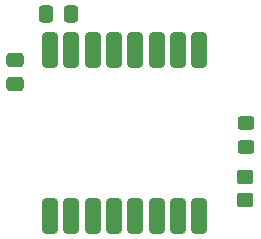
<source format=gbr>
%TF.GenerationSoftware,KiCad,Pcbnew,6.0.5-a6ca702e91~116~ubuntu20.04.1*%
%TF.CreationDate,2022-05-07T22:34:00-05:00*%
%TF.ProjectId,DRF1262T_Shield_v001,44524631-3236-4325-945f-536869656c64,rev?*%
%TF.SameCoordinates,Original*%
%TF.FileFunction,Paste,Top*%
%TF.FilePolarity,Positive*%
%FSLAX46Y46*%
G04 Gerber Fmt 4.6, Leading zero omitted, Abs format (unit mm)*
G04 Created by KiCad (PCBNEW 6.0.5-a6ca702e91~116~ubuntu20.04.1) date 2022-05-07 22:34:00*
%MOMM*%
%LPD*%
G01*
G04 APERTURE LIST*
G04 Aperture macros list*
%AMRoundRect*
0 Rectangle with rounded corners*
0 $1 Rounding radius*
0 $2 $3 $4 $5 $6 $7 $8 $9 X,Y pos of 4 corners*
0 Add a 4 corners polygon primitive as box body*
4,1,4,$2,$3,$4,$5,$6,$7,$8,$9,$2,$3,0*
0 Add four circle primitives for the rounded corners*
1,1,$1+$1,$2,$3*
1,1,$1+$1,$4,$5*
1,1,$1+$1,$6,$7*
1,1,$1+$1,$8,$9*
0 Add four rect primitives between the rounded corners*
20,1,$1+$1,$2,$3,$4,$5,0*
20,1,$1+$1,$4,$5,$6,$7,0*
20,1,$1+$1,$6,$7,$8,$9,0*
20,1,$1+$1,$8,$9,$2,$3,0*%
G04 Aperture macros list end*
%ADD10RoundRect,0.250000X-0.337500X-0.475000X0.337500X-0.475000X0.337500X0.475000X-0.337500X0.475000X0*%
%ADD11RoundRect,0.250000X-0.475000X0.337500X-0.475000X-0.337500X0.475000X-0.337500X0.475000X0.337500X0*%
%ADD12RoundRect,0.250000X0.450000X-0.350000X0.450000X0.350000X-0.450000X0.350000X-0.450000X-0.350000X0*%
%ADD13RoundRect,0.350000X-0.350000X1.150000X-0.350000X-1.150000X0.350000X-1.150000X0.350000X1.150000X0*%
%ADD14RoundRect,0.250000X-0.450000X0.325000X-0.450000X-0.325000X0.450000X-0.325000X0.450000X0.325000X0*%
G04 APERTURE END LIST*
D10*
%TO.C,C1*%
X147062500Y-77600000D03*
X149137500Y-77600000D03*
%TD*%
D11*
%TO.C,C2*%
X144400000Y-81500000D03*
X144400000Y-83575000D03*
%TD*%
D12*
%TO.C,R1*%
X163900000Y-93400000D03*
X163900000Y-91400000D03*
%TD*%
D13*
%TO.C,U1*%
X160000000Y-80700000D03*
X158200000Y-80700000D03*
X156400000Y-80700000D03*
X154600000Y-80700000D03*
X152800000Y-80700000D03*
X151000000Y-80700000D03*
X149200000Y-80700000D03*
X147400000Y-80700000D03*
X147400000Y-94700000D03*
X149200000Y-94700000D03*
X151000000Y-94700000D03*
X152800000Y-94700000D03*
X154600000Y-94700000D03*
X156400000Y-94700000D03*
X158200000Y-94700000D03*
X160000000Y-94700000D03*
%TD*%
D14*
%TO.C,D1*%
X164000000Y-86875000D03*
X164000000Y-88925000D03*
%TD*%
M02*

</source>
